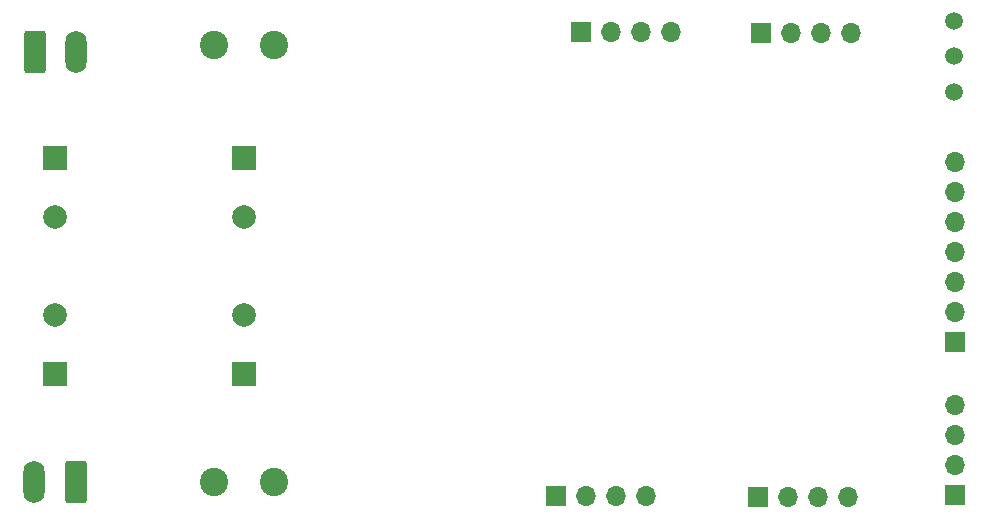
<source format=gbr>
%TF.GenerationSoftware,KiCad,Pcbnew,9.0.0*%
%TF.CreationDate,2025-04-23T22:05:31+03:00*%
%TF.ProjectId,LoRa,4c6f5261-2e6b-4696-9361-645f70636258,rev?*%
%TF.SameCoordinates,Original*%
%TF.FileFunction,Soldermask,Bot*%
%TF.FilePolarity,Negative*%
%FSLAX46Y46*%
G04 Gerber Fmt 4.6, Leading zero omitted, Abs format (unit mm)*
G04 Created by KiCad (PCBNEW 9.0.0) date 2025-04-23 22:05:31*
%MOMM*%
%LPD*%
G01*
G04 APERTURE LIST*
G04 Aperture macros list*
%AMRoundRect*
0 Rectangle with rounded corners*
0 $1 Rounding radius*
0 $2 $3 $4 $5 $6 $7 $8 $9 X,Y pos of 4 corners*
0 Add a 4 corners polygon primitive as box body*
4,1,4,$2,$3,$4,$5,$6,$7,$8,$9,$2,$3,0*
0 Add four circle primitives for the rounded corners*
1,1,$1+$1,$2,$3*
1,1,$1+$1,$4,$5*
1,1,$1+$1,$6,$7*
1,1,$1+$1,$8,$9*
0 Add four rect primitives between the rounded corners*
20,1,$1+$1,$2,$3,$4,$5,0*
20,1,$1+$1,$4,$5,$6,$7,0*
20,1,$1+$1,$6,$7,$8,$9,0*
20,1,$1+$1,$8,$9,$2,$3,0*%
G04 Aperture macros list end*
%ADD10R,1.700000X1.700000*%
%ADD11O,1.700000X1.700000*%
%ADD12RoundRect,0.250000X0.650000X1.550000X-0.650000X1.550000X-0.650000X-1.550000X0.650000X-1.550000X0*%
%ADD13O,1.800000X3.600000*%
%ADD14R,2.000000X2.000000*%
%ADD15C,2.000000*%
%ADD16RoundRect,0.250000X-0.650000X-1.550000X0.650000X-1.550000X0.650000X1.550000X-0.650000X1.550000X0*%
%ADD17C,1.500000*%
%ADD18C,2.400000*%
G04 APERTURE END LIST*
D10*
%TO.C,SWD1*%
X143800000Y-32000000D03*
D11*
X146340000Y-32000000D03*
X148880000Y-32000000D03*
X151420000Y-32000000D03*
%TD*%
D10*
%TO.C,J4*%
X160175000Y-71120000D03*
D11*
X160175000Y-68580000D03*
X160175000Y-66040000D03*
X160175000Y-63500000D03*
%TD*%
D12*
%TO.C,J2*%
X85732500Y-70000000D03*
D13*
X82232500Y-70000000D03*
%TD*%
D10*
%TO.C,pm2.5*%
X126400000Y-71250000D03*
D11*
X128940000Y-71250000D03*
X131480000Y-71250000D03*
X134020000Y-71250000D03*
%TD*%
D14*
%TO.C,C5*%
X84000000Y-42632323D03*
D15*
X84000000Y-47632323D03*
%TD*%
D14*
%TO.C,C10*%
X84000000Y-60907677D03*
D15*
X84000000Y-55907677D03*
%TD*%
D10*
%TO.C,LoRa1*%
X160175000Y-58200000D03*
D11*
X160175000Y-55660000D03*
X160175000Y-53120000D03*
X160175000Y-50580000D03*
X160175000Y-48040000D03*
X160175000Y-45500000D03*
X160175000Y-42960000D03*
%TD*%
D16*
%TO.C,J1*%
X82267500Y-33642500D03*
D13*
X85767500Y-33642500D03*
%TD*%
D17*
%TO.C,J5*%
X160150000Y-37000000D03*
X160150000Y-34000000D03*
X160150000Y-31000000D03*
%TD*%
D14*
%TO.C,C13*%
X100000000Y-60907677D03*
D15*
X100000000Y-55907677D03*
%TD*%
D18*
%TO.C,L2*%
X97500000Y-70000000D03*
X102500000Y-70000000D03*
%TD*%
%TO.C,L1*%
X97500000Y-33000000D03*
X102500000Y-33000000D03*
%TD*%
D10*
%TO.C,SHT31*%
X128500000Y-31975000D03*
D11*
X131040000Y-31975000D03*
X133580000Y-31975000D03*
X136120000Y-31975000D03*
%TD*%
D14*
%TO.C,C6*%
X100000000Y-42632323D03*
D15*
X100000000Y-47632323D03*
%TD*%
D10*
%TO.C,J3*%
X143500000Y-71275000D03*
D11*
X146040000Y-71275000D03*
X148580000Y-71275000D03*
X151120000Y-71275000D03*
%TD*%
M02*

</source>
